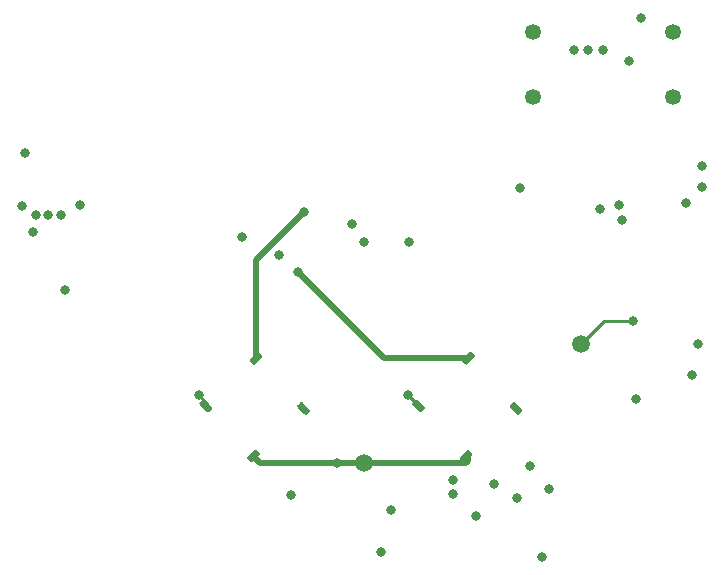
<source format=gbr>
G04 #@! TF.GenerationSoftware,KiCad,Pcbnew,(5.1.5-0)*
G04 #@! TF.CreationDate,2020-12-17T20:40:06-08:00*
G04 #@! TF.ProjectId,Luminometer_ADC_concept,4c756d69-6e6f-46d6-9574-65725f414443,rev?*
G04 #@! TF.SameCoordinates,Original*
G04 #@! TF.FileFunction,Copper,L4,Bot*
G04 #@! TF.FilePolarity,Positive*
%FSLAX46Y46*%
G04 Gerber Fmt 4.6, Leading zero omitted, Abs format (unit mm)*
G04 Created by KiCad (PCBNEW (5.1.5-0)) date 2020-12-17 20:40:06*
%MOMM*%
%LPD*%
G04 APERTURE LIST*
%ADD10C,1.350000*%
%ADD11C,1.500000*%
%ADD12C,0.100000*%
%ADD13C,0.800000*%
%ADD14C,0.250000*%
%ADD15C,0.500000*%
G04 APERTURE END LIST*
D10*
X162065000Y-88750000D03*
X173935000Y-88750000D03*
X173935000Y-83250000D03*
X162065000Y-83250000D03*
D11*
X166150000Y-109650000D03*
G04 #@! TA.AperFunction,SMDPad,CuDef*
D12*
G36*
X134201351Y-114355747D02*
G01*
X134215912Y-114357907D01*
X134230191Y-114361484D01*
X134244051Y-114366443D01*
X134257358Y-114372737D01*
X134269984Y-114380305D01*
X134281807Y-114389073D01*
X134292714Y-114398959D01*
X134858400Y-114964645D01*
X134868286Y-114975552D01*
X134877054Y-114987375D01*
X134884622Y-115000001D01*
X134890916Y-115013308D01*
X134895875Y-115027168D01*
X134899452Y-115041447D01*
X134901612Y-115056008D01*
X134902334Y-115070711D01*
X134901612Y-115085414D01*
X134899452Y-115099975D01*
X134895875Y-115114254D01*
X134890916Y-115128114D01*
X134884622Y-115141421D01*
X134877054Y-115154047D01*
X134868286Y-115165870D01*
X134858400Y-115176777D01*
X134646268Y-115388909D01*
X134635361Y-115398795D01*
X134623538Y-115407563D01*
X134610912Y-115415131D01*
X134597605Y-115421425D01*
X134583745Y-115426384D01*
X134569466Y-115429961D01*
X134554905Y-115432121D01*
X134540202Y-115432843D01*
X134525499Y-115432121D01*
X134510938Y-115429961D01*
X134496659Y-115426384D01*
X134482799Y-115421425D01*
X134469492Y-115415131D01*
X134456866Y-115407563D01*
X134445043Y-115398795D01*
X134434136Y-115388909D01*
X133868450Y-114823223D01*
X133858564Y-114812316D01*
X133849796Y-114800493D01*
X133842228Y-114787867D01*
X133835934Y-114774560D01*
X133830975Y-114760700D01*
X133827398Y-114746421D01*
X133825238Y-114731860D01*
X133824516Y-114717157D01*
X133825238Y-114702454D01*
X133827398Y-114687893D01*
X133830975Y-114673614D01*
X133835934Y-114659754D01*
X133842228Y-114646447D01*
X133849796Y-114633821D01*
X133858564Y-114621998D01*
X133868450Y-114611091D01*
X134080582Y-114398959D01*
X134091489Y-114389073D01*
X134103312Y-114380305D01*
X134115938Y-114372737D01*
X134129245Y-114366443D01*
X134143105Y-114361484D01*
X134157384Y-114357907D01*
X134171945Y-114355747D01*
X134186648Y-114355025D01*
X134201351Y-114355747D01*
G37*
G04 #@! TD.AperFunction*
G04 #@! TA.AperFunction,SMDPad,CuDef*
G36*
X138585414Y-118598388D02*
G01*
X138599975Y-118600548D01*
X138614254Y-118604125D01*
X138628114Y-118609084D01*
X138641421Y-118615378D01*
X138654047Y-118622946D01*
X138665870Y-118631714D01*
X138676777Y-118641600D01*
X138888909Y-118853732D01*
X138898795Y-118864639D01*
X138907563Y-118876462D01*
X138915131Y-118889088D01*
X138921425Y-118902395D01*
X138926384Y-118916255D01*
X138929961Y-118930534D01*
X138932121Y-118945095D01*
X138932843Y-118959798D01*
X138932121Y-118974501D01*
X138929961Y-118989062D01*
X138926384Y-119003341D01*
X138921425Y-119017201D01*
X138915131Y-119030508D01*
X138907563Y-119043134D01*
X138898795Y-119054957D01*
X138888909Y-119065864D01*
X138323223Y-119631550D01*
X138312316Y-119641436D01*
X138300493Y-119650204D01*
X138287867Y-119657772D01*
X138274560Y-119664066D01*
X138260700Y-119669025D01*
X138246421Y-119672602D01*
X138231860Y-119674762D01*
X138217157Y-119675484D01*
X138202454Y-119674762D01*
X138187893Y-119672602D01*
X138173614Y-119669025D01*
X138159754Y-119664066D01*
X138146447Y-119657772D01*
X138133821Y-119650204D01*
X138121998Y-119641436D01*
X138111091Y-119631550D01*
X137898959Y-119419418D01*
X137889073Y-119408511D01*
X137880305Y-119396688D01*
X137872737Y-119384062D01*
X137866443Y-119370755D01*
X137861484Y-119356895D01*
X137857907Y-119342616D01*
X137855747Y-119328055D01*
X137855025Y-119313352D01*
X137855747Y-119298649D01*
X137857907Y-119284088D01*
X137861484Y-119269809D01*
X137866443Y-119255949D01*
X137872737Y-119242642D01*
X137880305Y-119230016D01*
X137889073Y-119218193D01*
X137898959Y-119207286D01*
X138464645Y-118641600D01*
X138475552Y-118631714D01*
X138487375Y-118622946D01*
X138500001Y-118615378D01*
X138513308Y-118609084D01*
X138527168Y-118604125D01*
X138541447Y-118600548D01*
X138556008Y-118598388D01*
X138570711Y-118597666D01*
X138585414Y-118598388D01*
G37*
G04 #@! TD.AperFunction*
G04 #@! TA.AperFunction,SMDPad,CuDef*
G36*
X142474501Y-114567879D02*
G01*
X142489062Y-114570039D01*
X142503341Y-114573616D01*
X142517201Y-114578575D01*
X142530508Y-114584869D01*
X142543134Y-114592437D01*
X142554957Y-114601205D01*
X142565864Y-114611091D01*
X143131550Y-115176777D01*
X143141436Y-115187684D01*
X143150204Y-115199507D01*
X143157772Y-115212133D01*
X143164066Y-115225440D01*
X143169025Y-115239300D01*
X143172602Y-115253579D01*
X143174762Y-115268140D01*
X143175484Y-115282843D01*
X143174762Y-115297546D01*
X143172602Y-115312107D01*
X143169025Y-115326386D01*
X143164066Y-115340246D01*
X143157772Y-115353553D01*
X143150204Y-115366179D01*
X143141436Y-115378002D01*
X143131550Y-115388909D01*
X142919418Y-115601041D01*
X142908511Y-115610927D01*
X142896688Y-115619695D01*
X142884062Y-115627263D01*
X142870755Y-115633557D01*
X142856895Y-115638516D01*
X142842616Y-115642093D01*
X142828055Y-115644253D01*
X142813352Y-115644975D01*
X142798649Y-115644253D01*
X142784088Y-115642093D01*
X142769809Y-115638516D01*
X142755949Y-115633557D01*
X142742642Y-115627263D01*
X142730016Y-115619695D01*
X142718193Y-115610927D01*
X142707286Y-115601041D01*
X142141600Y-115035355D01*
X142131714Y-115024448D01*
X142122946Y-115012625D01*
X142115378Y-114999999D01*
X142109084Y-114986692D01*
X142104125Y-114972832D01*
X142100548Y-114958553D01*
X142098388Y-114943992D01*
X142097666Y-114929289D01*
X142098388Y-114914586D01*
X142100548Y-114900025D01*
X142104125Y-114885746D01*
X142109084Y-114871886D01*
X142115378Y-114858579D01*
X142122946Y-114845953D01*
X142131714Y-114834130D01*
X142141600Y-114823223D01*
X142353732Y-114611091D01*
X142364639Y-114601205D01*
X142376462Y-114592437D01*
X142389088Y-114584869D01*
X142402395Y-114578575D01*
X142416255Y-114573616D01*
X142430534Y-114570039D01*
X142445095Y-114567879D01*
X142459798Y-114567157D01*
X142474501Y-114567879D01*
G37*
G04 #@! TD.AperFunction*
G04 #@! TA.AperFunction,SMDPad,CuDef*
G36*
X138797546Y-110325238D02*
G01*
X138812107Y-110327398D01*
X138826386Y-110330975D01*
X138840246Y-110335934D01*
X138853553Y-110342228D01*
X138866179Y-110349796D01*
X138878002Y-110358564D01*
X138888909Y-110368450D01*
X139101041Y-110580582D01*
X139110927Y-110591489D01*
X139119695Y-110603312D01*
X139127263Y-110615938D01*
X139133557Y-110629245D01*
X139138516Y-110643105D01*
X139142093Y-110657384D01*
X139144253Y-110671945D01*
X139144975Y-110686648D01*
X139144253Y-110701351D01*
X139142093Y-110715912D01*
X139138516Y-110730191D01*
X139133557Y-110744051D01*
X139127263Y-110757358D01*
X139119695Y-110769984D01*
X139110927Y-110781807D01*
X139101041Y-110792714D01*
X138535355Y-111358400D01*
X138524448Y-111368286D01*
X138512625Y-111377054D01*
X138499999Y-111384622D01*
X138486692Y-111390916D01*
X138472832Y-111395875D01*
X138458553Y-111399452D01*
X138443992Y-111401612D01*
X138429289Y-111402334D01*
X138414586Y-111401612D01*
X138400025Y-111399452D01*
X138385746Y-111395875D01*
X138371886Y-111390916D01*
X138358579Y-111384622D01*
X138345953Y-111377054D01*
X138334130Y-111368286D01*
X138323223Y-111358400D01*
X138111091Y-111146268D01*
X138101205Y-111135361D01*
X138092437Y-111123538D01*
X138084869Y-111110912D01*
X138078575Y-111097605D01*
X138073616Y-111083745D01*
X138070039Y-111069466D01*
X138067879Y-111054905D01*
X138067157Y-111040202D01*
X138067879Y-111025499D01*
X138070039Y-111010938D01*
X138073616Y-110996659D01*
X138078575Y-110982799D01*
X138084869Y-110969492D01*
X138092437Y-110956866D01*
X138101205Y-110945043D01*
X138111091Y-110934136D01*
X138676777Y-110368450D01*
X138687684Y-110358564D01*
X138699507Y-110349796D01*
X138712133Y-110342228D01*
X138725440Y-110335934D01*
X138739300Y-110330975D01*
X138753579Y-110327398D01*
X138768140Y-110325238D01*
X138782843Y-110324516D01*
X138797546Y-110325238D01*
G37*
G04 #@! TD.AperFunction*
G04 #@! TA.AperFunction,SMDPad,CuDef*
G36*
X152201351Y-114355747D02*
G01*
X152215912Y-114357907D01*
X152230191Y-114361484D01*
X152244051Y-114366443D01*
X152257358Y-114372737D01*
X152269984Y-114380305D01*
X152281807Y-114389073D01*
X152292714Y-114398959D01*
X152858400Y-114964645D01*
X152868286Y-114975552D01*
X152877054Y-114987375D01*
X152884622Y-115000001D01*
X152890916Y-115013308D01*
X152895875Y-115027168D01*
X152899452Y-115041447D01*
X152901612Y-115056008D01*
X152902334Y-115070711D01*
X152901612Y-115085414D01*
X152899452Y-115099975D01*
X152895875Y-115114254D01*
X152890916Y-115128114D01*
X152884622Y-115141421D01*
X152877054Y-115154047D01*
X152868286Y-115165870D01*
X152858400Y-115176777D01*
X152646268Y-115388909D01*
X152635361Y-115398795D01*
X152623538Y-115407563D01*
X152610912Y-115415131D01*
X152597605Y-115421425D01*
X152583745Y-115426384D01*
X152569466Y-115429961D01*
X152554905Y-115432121D01*
X152540202Y-115432843D01*
X152525499Y-115432121D01*
X152510938Y-115429961D01*
X152496659Y-115426384D01*
X152482799Y-115421425D01*
X152469492Y-115415131D01*
X152456866Y-115407563D01*
X152445043Y-115398795D01*
X152434136Y-115388909D01*
X151868450Y-114823223D01*
X151858564Y-114812316D01*
X151849796Y-114800493D01*
X151842228Y-114787867D01*
X151835934Y-114774560D01*
X151830975Y-114760700D01*
X151827398Y-114746421D01*
X151825238Y-114731860D01*
X151824516Y-114717157D01*
X151825238Y-114702454D01*
X151827398Y-114687893D01*
X151830975Y-114673614D01*
X151835934Y-114659754D01*
X151842228Y-114646447D01*
X151849796Y-114633821D01*
X151858564Y-114621998D01*
X151868450Y-114611091D01*
X152080582Y-114398959D01*
X152091489Y-114389073D01*
X152103312Y-114380305D01*
X152115938Y-114372737D01*
X152129245Y-114366443D01*
X152143105Y-114361484D01*
X152157384Y-114357907D01*
X152171945Y-114355747D01*
X152186648Y-114355025D01*
X152201351Y-114355747D01*
G37*
G04 #@! TD.AperFunction*
G04 #@! TA.AperFunction,SMDPad,CuDef*
G36*
X156585414Y-118598388D02*
G01*
X156599975Y-118600548D01*
X156614254Y-118604125D01*
X156628114Y-118609084D01*
X156641421Y-118615378D01*
X156654047Y-118622946D01*
X156665870Y-118631714D01*
X156676777Y-118641600D01*
X156888909Y-118853732D01*
X156898795Y-118864639D01*
X156907563Y-118876462D01*
X156915131Y-118889088D01*
X156921425Y-118902395D01*
X156926384Y-118916255D01*
X156929961Y-118930534D01*
X156932121Y-118945095D01*
X156932843Y-118959798D01*
X156932121Y-118974501D01*
X156929961Y-118989062D01*
X156926384Y-119003341D01*
X156921425Y-119017201D01*
X156915131Y-119030508D01*
X156907563Y-119043134D01*
X156898795Y-119054957D01*
X156888909Y-119065864D01*
X156323223Y-119631550D01*
X156312316Y-119641436D01*
X156300493Y-119650204D01*
X156287867Y-119657772D01*
X156274560Y-119664066D01*
X156260700Y-119669025D01*
X156246421Y-119672602D01*
X156231860Y-119674762D01*
X156217157Y-119675484D01*
X156202454Y-119674762D01*
X156187893Y-119672602D01*
X156173614Y-119669025D01*
X156159754Y-119664066D01*
X156146447Y-119657772D01*
X156133821Y-119650204D01*
X156121998Y-119641436D01*
X156111091Y-119631550D01*
X155898959Y-119419418D01*
X155889073Y-119408511D01*
X155880305Y-119396688D01*
X155872737Y-119384062D01*
X155866443Y-119370755D01*
X155861484Y-119356895D01*
X155857907Y-119342616D01*
X155855747Y-119328055D01*
X155855025Y-119313352D01*
X155855747Y-119298649D01*
X155857907Y-119284088D01*
X155861484Y-119269809D01*
X155866443Y-119255949D01*
X155872737Y-119242642D01*
X155880305Y-119230016D01*
X155889073Y-119218193D01*
X155898959Y-119207286D01*
X156464645Y-118641600D01*
X156475552Y-118631714D01*
X156487375Y-118622946D01*
X156500001Y-118615378D01*
X156513308Y-118609084D01*
X156527168Y-118604125D01*
X156541447Y-118600548D01*
X156556008Y-118598388D01*
X156570711Y-118597666D01*
X156585414Y-118598388D01*
G37*
G04 #@! TD.AperFunction*
G04 #@! TA.AperFunction,SMDPad,CuDef*
G36*
X160474501Y-114567879D02*
G01*
X160489062Y-114570039D01*
X160503341Y-114573616D01*
X160517201Y-114578575D01*
X160530508Y-114584869D01*
X160543134Y-114592437D01*
X160554957Y-114601205D01*
X160565864Y-114611091D01*
X161131550Y-115176777D01*
X161141436Y-115187684D01*
X161150204Y-115199507D01*
X161157772Y-115212133D01*
X161164066Y-115225440D01*
X161169025Y-115239300D01*
X161172602Y-115253579D01*
X161174762Y-115268140D01*
X161175484Y-115282843D01*
X161174762Y-115297546D01*
X161172602Y-115312107D01*
X161169025Y-115326386D01*
X161164066Y-115340246D01*
X161157772Y-115353553D01*
X161150204Y-115366179D01*
X161141436Y-115378002D01*
X161131550Y-115388909D01*
X160919418Y-115601041D01*
X160908511Y-115610927D01*
X160896688Y-115619695D01*
X160884062Y-115627263D01*
X160870755Y-115633557D01*
X160856895Y-115638516D01*
X160842616Y-115642093D01*
X160828055Y-115644253D01*
X160813352Y-115644975D01*
X160798649Y-115644253D01*
X160784088Y-115642093D01*
X160769809Y-115638516D01*
X160755949Y-115633557D01*
X160742642Y-115627263D01*
X160730016Y-115619695D01*
X160718193Y-115610927D01*
X160707286Y-115601041D01*
X160141600Y-115035355D01*
X160131714Y-115024448D01*
X160122946Y-115012625D01*
X160115378Y-114999999D01*
X160109084Y-114986692D01*
X160104125Y-114972832D01*
X160100548Y-114958553D01*
X160098388Y-114943992D01*
X160097666Y-114929289D01*
X160098388Y-114914586D01*
X160100548Y-114900025D01*
X160104125Y-114885746D01*
X160109084Y-114871886D01*
X160115378Y-114858579D01*
X160122946Y-114845953D01*
X160131714Y-114834130D01*
X160141600Y-114823223D01*
X160353732Y-114611091D01*
X160364639Y-114601205D01*
X160376462Y-114592437D01*
X160389088Y-114584869D01*
X160402395Y-114578575D01*
X160416255Y-114573616D01*
X160430534Y-114570039D01*
X160445095Y-114567879D01*
X160459798Y-114567157D01*
X160474501Y-114567879D01*
G37*
G04 #@! TD.AperFunction*
G04 #@! TA.AperFunction,SMDPad,CuDef*
G36*
X156797546Y-110325238D02*
G01*
X156812107Y-110327398D01*
X156826386Y-110330975D01*
X156840246Y-110335934D01*
X156853553Y-110342228D01*
X156866179Y-110349796D01*
X156878002Y-110358564D01*
X156888909Y-110368450D01*
X157101041Y-110580582D01*
X157110927Y-110591489D01*
X157119695Y-110603312D01*
X157127263Y-110615938D01*
X157133557Y-110629245D01*
X157138516Y-110643105D01*
X157142093Y-110657384D01*
X157144253Y-110671945D01*
X157144975Y-110686648D01*
X157144253Y-110701351D01*
X157142093Y-110715912D01*
X157138516Y-110730191D01*
X157133557Y-110744051D01*
X157127263Y-110757358D01*
X157119695Y-110769984D01*
X157110927Y-110781807D01*
X157101041Y-110792714D01*
X156535355Y-111358400D01*
X156524448Y-111368286D01*
X156512625Y-111377054D01*
X156499999Y-111384622D01*
X156486692Y-111390916D01*
X156472832Y-111395875D01*
X156458553Y-111399452D01*
X156443992Y-111401612D01*
X156429289Y-111402334D01*
X156414586Y-111401612D01*
X156400025Y-111399452D01*
X156385746Y-111395875D01*
X156371886Y-111390916D01*
X156358579Y-111384622D01*
X156345953Y-111377054D01*
X156334130Y-111368286D01*
X156323223Y-111358400D01*
X156111091Y-111146268D01*
X156101205Y-111135361D01*
X156092437Y-111123538D01*
X156084869Y-111110912D01*
X156078575Y-111097605D01*
X156073616Y-111083745D01*
X156070039Y-111069466D01*
X156067879Y-111054905D01*
X156067157Y-111040202D01*
X156067879Y-111025499D01*
X156070039Y-111010938D01*
X156073616Y-110996659D01*
X156078575Y-110982799D01*
X156084869Y-110969492D01*
X156092437Y-110956866D01*
X156101205Y-110945043D01*
X156111091Y-110934136D01*
X156676777Y-110368450D01*
X156687684Y-110358564D01*
X156699507Y-110349796D01*
X156712133Y-110342228D01*
X156725440Y-110335934D01*
X156739300Y-110330975D01*
X156753579Y-110327398D01*
X156768140Y-110325238D01*
X156782843Y-110324516D01*
X156797546Y-110325238D01*
G37*
G04 #@! TD.AperFunction*
D11*
X147750000Y-119737000D03*
D13*
X163450000Y-121900000D03*
X170550000Y-107700000D03*
X169628000Y-99128000D03*
X170813000Y-114334000D03*
X176359000Y-96334000D03*
X155278000Y-121177000D03*
X141562000Y-122447000D03*
X149182000Y-127273000D03*
X123700000Y-97850000D03*
X140550000Y-102100000D03*
X151546000Y-100997000D03*
X167723000Y-98239000D03*
X133750000Y-114000000D03*
X151500000Y-114000000D03*
X162800000Y-127650000D03*
X119950000Y-98750000D03*
X157250000Y-124250000D03*
X158750000Y-121500000D03*
X165500000Y-84750000D03*
X166750000Y-84750000D03*
X121000000Y-98750000D03*
X122100000Y-98750000D03*
X118800000Y-97950000D03*
X168000000Y-84750000D03*
X119700000Y-100150000D03*
X137460000Y-100560000D03*
X119050000Y-93450000D03*
X176020000Y-109635000D03*
X171250000Y-82038000D03*
X175000000Y-97750000D03*
X175500000Y-112250000D03*
X176359000Y-94556000D03*
X170156000Y-85721000D03*
X160992000Y-96461000D03*
X145500000Y-119750000D03*
X169350000Y-97850000D03*
X147736000Y-100997000D03*
X160750000Y-122650000D03*
X155300000Y-122350000D03*
X150071000Y-123717000D03*
X122450000Y-105100000D03*
X142148000Y-103537000D03*
X142656000Y-98457000D03*
X161850000Y-119950000D03*
X146720000Y-99473000D03*
D14*
X165750000Y-109250000D02*
X166250000Y-109250000D01*
X152500000Y-114944359D02*
X152558425Y-114885934D01*
X134558425Y-114808425D02*
X133750000Y-114000000D01*
X134558425Y-114885934D02*
X134558425Y-114808425D01*
X152385934Y-114885934D02*
X151500000Y-114000000D01*
X152558425Y-114885934D02*
X152385934Y-114885934D01*
X168100000Y-107700000D02*
X170550000Y-107700000D01*
X166150000Y-109650000D02*
X168100000Y-107700000D01*
D15*
X138994359Y-119737000D02*
X138393934Y-119136575D01*
X147750000Y-119737000D02*
X138994359Y-119737000D01*
X156588934Y-119552839D02*
X156588934Y-119128575D01*
X156404773Y-119737000D02*
X156588934Y-119552839D01*
X147750000Y-119737000D02*
X156404773Y-119737000D01*
X149474425Y-110863425D02*
X142148000Y-103537000D01*
X156606066Y-110863425D02*
X149474425Y-110863425D01*
D14*
X138801066Y-110431161D02*
X138801066Y-110855425D01*
D15*
X138606066Y-102506934D02*
X142656000Y-98457000D01*
X138606066Y-110863425D02*
X138606066Y-102506934D01*
M02*

</source>
